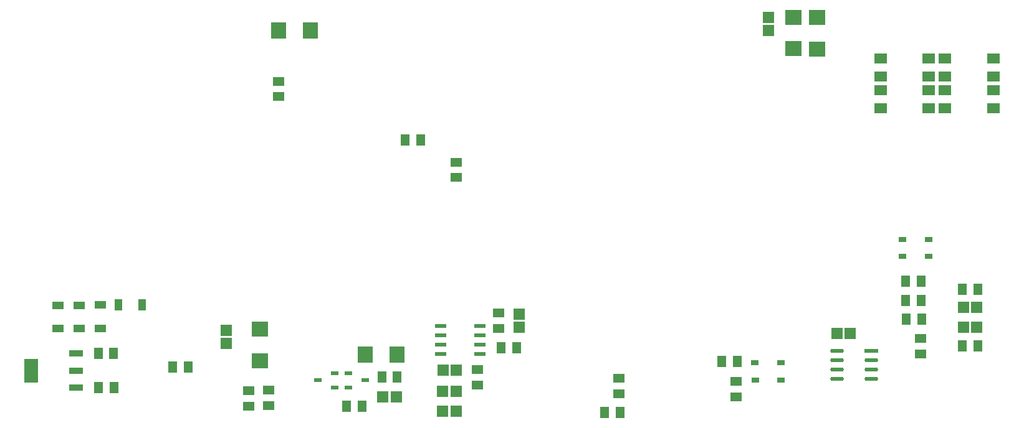
<source format=gbr>
%TF.GenerationSoftware,Altium Limited,Altium Designer,21.6.4 (81)*%
G04 Layer_Color=128*
%FSLAX43Y43*%
%MOMM*%
%TF.SameCoordinates,00D99F87-3ADF-4980-A611-A04F0DE90361*%
%TF.FilePolarity,Positive*%
%TF.FileFunction,Paste,Bot*%
%TF.Part,Single*%
G01*
G75*
%TA.AperFunction,SMDPad,CuDef*%
%ADD14R,1.600X1.000*%
%ADD41R,1.800X1.450*%
%ADD42R,1.000X0.700*%
G04:AMPARAMS|DCode=43|XSize=1.874mm|YSize=0.543mm|CornerRadius=0.272mm|HoleSize=0mm|Usage=FLASHONLY|Rotation=180.000|XOffset=0mm|YOffset=0mm|HoleType=Round|Shape=RoundedRectangle|*
%AMROUNDEDRECTD43*
21,1,1.874,0.000,0,0,180.0*
21,1,1.331,0.543,0,0,180.0*
1,1,0.543,-0.665,0.000*
1,1,0.543,0.665,0.000*
1,1,0.543,0.665,0.000*
1,1,0.543,-0.665,0.000*
%
%ADD43ROUNDEDRECTD43*%
%ADD44R,1.874X0.543*%
%ADD45R,1.508X1.207*%
%ADD46R,1.500X0.600*%
%ADD47R,2.300X2.000*%
%ADD48R,1.505X1.556*%
%ADD49R,1.207X1.508*%
%ADD50R,1.556X1.505*%
%ADD51R,1.000X1.600*%
%ADD52R,2.000X2.300*%
%ADD53R,1.050X0.600*%
%ADD54R,1.900X0.950*%
%ADD55R,1.900X3.250*%
D14*
X23199Y16187D02*
D03*
Y12987D02*
D03*
X17449Y12962D02*
D03*
Y16162D02*
D03*
X20324Y12962D02*
D03*
Y16162D02*
D03*
D41*
X135725Y47293D02*
D03*
X129175D02*
D03*
X135725Y49743D02*
D03*
X129175D02*
D03*
X144500Y47275D02*
D03*
X137950D02*
D03*
X144500Y49725D02*
D03*
X137950D02*
D03*
X135725Y42975D02*
D03*
X129175D02*
D03*
X135725Y45425D02*
D03*
X129175D02*
D03*
X144500Y42975D02*
D03*
X137950D02*
D03*
X144500Y45425D02*
D03*
X137950D02*
D03*
D42*
X115625Y8375D02*
D03*
X112125D02*
D03*
X132192Y22825D02*
D03*
X135692D02*
D03*
Y25153D02*
D03*
X132192D02*
D03*
X112175Y5978D02*
D03*
X115675D02*
D03*
D43*
X123309Y9980D02*
D03*
Y8710D02*
D03*
Y7440D02*
D03*
Y6170D02*
D03*
X127941D02*
D03*
Y7440D02*
D03*
Y8710D02*
D03*
D44*
Y9980D02*
D03*
D45*
X43350Y2452D02*
D03*
Y4553D02*
D03*
X93675Y4141D02*
D03*
Y6242D02*
D03*
X47400Y46651D02*
D03*
Y44549D02*
D03*
X71530Y35651D02*
D03*
Y33549D02*
D03*
X46025Y4626D02*
D03*
Y2524D02*
D03*
X134600Y11676D02*
D03*
Y9574D02*
D03*
X109550Y5767D02*
D03*
Y3666D02*
D03*
X74382Y5299D02*
D03*
Y7401D02*
D03*
X77321Y15087D02*
D03*
Y12985D02*
D03*
D46*
X74779Y13355D02*
D03*
Y12085D02*
D03*
Y10815D02*
D03*
Y9545D02*
D03*
X69379Y13355D02*
D03*
Y12085D02*
D03*
Y10815D02*
D03*
Y9545D02*
D03*
D47*
X117325Y55363D02*
D03*
Y51063D02*
D03*
X120525Y51050D02*
D03*
Y55350D02*
D03*
X44850Y12903D02*
D03*
Y8603D02*
D03*
D48*
X142252Y15875D02*
D03*
X140451D02*
D03*
X142252Y13200D02*
D03*
X140451D02*
D03*
X63375Y3697D02*
D03*
X61573D02*
D03*
X125076Y12350D02*
D03*
X123274D02*
D03*
X69706Y4475D02*
D03*
X71508D02*
D03*
X69731Y7300D02*
D03*
X71533D02*
D03*
X69706Y1725D02*
D03*
X71508D02*
D03*
D49*
X134725Y16800D02*
D03*
X132623D02*
D03*
X134725Y19450D02*
D03*
X132623D02*
D03*
X142402Y18375D02*
D03*
X140301D02*
D03*
X35112Y7751D02*
D03*
X33010D02*
D03*
X64578Y38651D02*
D03*
X66680D02*
D03*
X107624Y8475D02*
D03*
X109726D02*
D03*
X61423Y6400D02*
D03*
X63525D02*
D03*
X56674Y2425D02*
D03*
X58776D02*
D03*
X22902Y9576D02*
D03*
X25003D02*
D03*
X22974Y4976D02*
D03*
X25076D02*
D03*
X134743Y14289D02*
D03*
X132641D02*
D03*
X142402Y10675D02*
D03*
X140301D02*
D03*
X77624Y10400D02*
D03*
X79726D02*
D03*
X93801Y1600D02*
D03*
X91699D02*
D03*
D50*
X40325Y10949D02*
D03*
Y12751D02*
D03*
X113980Y55351D02*
D03*
Y53549D02*
D03*
X80096Y14952D02*
D03*
Y13150D02*
D03*
D51*
X25625Y16187D02*
D03*
X28825D02*
D03*
D52*
X59200Y9475D02*
D03*
X63500D02*
D03*
X51700Y53600D02*
D03*
X47400D02*
D03*
D53*
X56850Y5000D02*
D03*
Y6900D02*
D03*
X59150Y5950D02*
D03*
X55000Y6900D02*
D03*
Y5000D02*
D03*
X52700Y5950D02*
D03*
D54*
X19925Y9576D02*
D03*
Y7276D02*
D03*
Y4976D02*
D03*
D55*
X13825Y7276D02*
D03*
%TF.MD5,ce2ebdecc694ad73d30500b0e381ba31*%
M02*

</source>
